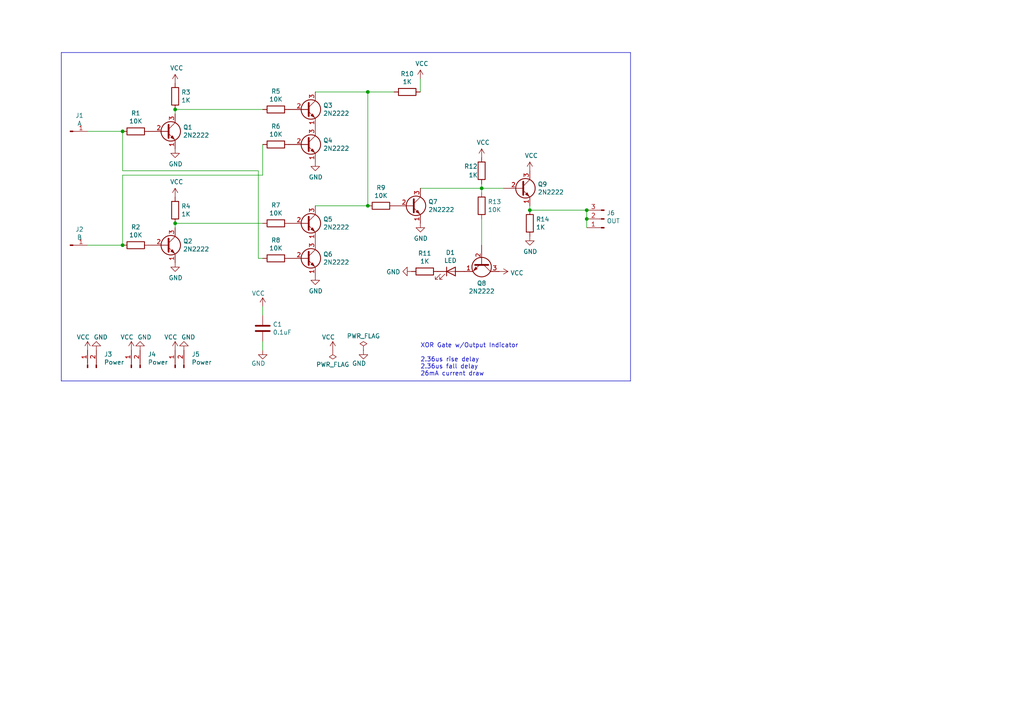
<source format=kicad_sch>
(kicad_sch (version 20230121) (generator eeschema)
  (paper "A4")
  (title_block (title "Transistor XOR Gate") (date "2020-01-12") (rev "1"))
  (lib_symbols
    (symbol "2n2222:2N2222" (pin_names (offset 0) hide)
      (property "Reference" "Q" (at 5.08 1.905 0))
      (property "Value" "2N2222" (at 5.08 0 0))
      (symbol "2N2222_0_1"
        (polyline (pts (xy 0.635 0.635) (xy 2.54 2.54)))
        (polyline (pts (xy 0.635 -0.635) (xy 2.54 -2.54) (xy 2.54 -2.54)))
        (polyline (pts (xy 0.635 1.905) (xy 0.635 -1.905) (xy 0.635 -1.905)) (stroke (width 0.508)))
        (polyline (pts (xy 1.27 -1.778) (xy 1.778 -1.27) (xy 2.286 -2.286) (xy 1.27 -1.778) (xy 1.27 -1.778)) (fill (type outline)))
        (circle (center 1.27 0) (radius 2.8194) (stroke (width 0.254)))
      )
      (symbol "2N2222_1_1"
        (pin passive line (at 2.54 -5.08 90) (length 2.54) (name "E") (number "1"))
        (pin passive line (at -5.08 0 0) (length 5.715) (name "B") (number "2"))
        (pin passive line (at 2.54 5.08 270) (length 2.54) (name "C") (number "3"))
      )
    )
    (symbol "Connector:Conn_01x01_Pin" (pin_names (offset 1.016) hide)
      (property "Reference" "J" (at 0 2.54 0))
      (property "Value" "Conn_01x01_Pin" (at 0 -2.54 0))
      (symbol "Conn_01x01_Pin_1_1"
        (polyline (pts (xy 1.27 0) (xy 0.8636 0)) (stroke (width 0.1524)))
        (rectangle (start 0.8636 0.127) (end 0 -0.127) (stroke (width 0.1524)) (fill (type outline)))
        (pin passive line (at 5.08 0 180) (length 3.81) (name "Pin_1") (number "1"))
      )
    )
    (symbol "Connector:Conn_01x02_Pin" (pin_names (offset 1.016) hide)
      (property "Reference" "J" (at 0 2.54 0))
      (property "Value" "Conn_01x02_Pin" (at 0 -5.08 0))
      (symbol "Conn_01x02_Pin_1_1"
        (polyline (pts (xy 1.27 -2.54) (xy 0.8636 -2.54)) (stroke (width 0.1524)))
        (polyline (pts (xy 1.27 0) (xy 0.8636 0)) (stroke (width 0.1524)))
        (rectangle (start 0.8636 -2.413) (end 0 -2.667) (stroke (width 0.1524)) (fill (type outline)))
        (rectangle (start 0.8636 0.127) (end 0 -0.127) (stroke (width 0.1524)) (fill (type outline)))
        (pin passive line (at 5.08 0 180) (length 3.81) (name "Pin_1") (number "1"))
        (pin passive line (at 5.08 -2.54 180) (length 3.81) (name "Pin_2") (number "2"))
      )
    )
    (symbol "Connector:Conn_01x03_Pin" (pin_names (offset 1.016) hide)
      (property "Reference" "J" (at 0 5.08 0))
      (property "Value" "Conn_01x03_Pin" (at 0 -5.08 0))
      (symbol "Conn_01x03_Pin_1_1"
        (polyline (pts (xy 1.27 -2.54) (xy 0.8636 -2.54)) (stroke (width 0.1524)))
        (polyline (pts (xy 1.27 0) (xy 0.8636 0)) (stroke (width 0.1524)))
        (polyline (pts (xy 1.27 2.54) (xy 0.8636 2.54)) (stroke (width 0.1524)))
        (rectangle (start 0.8636 -2.413) (end 0 -2.667) (stroke (width 0.1524)) (fill (type outline)))
        (rectangle (start 0.8636 0.127) (end 0 -0.127) (stroke (width 0.1524)) (fill (type outline)))
        (rectangle (start 0.8636 2.667) (end 0 2.413) (stroke (width 0.1524)) (fill (type outline)))
        (pin passive line (at 5.08 2.54 180) (length 3.81) (name "Pin_1") (number "1"))
        (pin passive line (at 5.08 0 180) (length 3.81) (name "Pin_2") (number "2"))
        (pin passive line (at 5.08 -2.54 180) (length 3.81) (name "Pin_3") (number "3"))
      )
    )
    (symbol "Device:C" (pin_numbers hide) (pin_names (offset 0.254))
      (property "Reference" "C" (at 0.635 2.54 0))
      (property "Value" "C" (at 0.635 -2.54 0))
      (symbol "C_0_1"
        (polyline (pts (xy -2.032 -0.762) (xy 2.032 -0.762)) (stroke (width 0.508)))
        (polyline (pts (xy -2.032 0.762) (xy 2.032 0.762)) (stroke (width 0.508)))
      )
      (symbol "C_1_1"
        (pin passive line (at 0 3.81 270) (length 2.794) (name "~") (number "1"))
        (pin passive line (at 0 -3.81 90) (length 2.794) (name "~") (number "2"))
      )
    )
    (symbol "Device:LED" (pin_numbers hide) (pin_names (offset 1.016) hide)
      (property "Reference" "D" (at 0 2.54 0))
      (property "Value" "LED" (at 0 -2.54 0))
      (symbol "LED_0_1"
        (polyline (pts (xy -1.27 -1.27) (xy -1.27 1.27)) (stroke (width 0.254)))
        (polyline (pts (xy -1.27 0) (xy 1.27 0)))
        (polyline (pts (xy 1.27 -1.27) (xy 1.27 1.27) (xy -1.27 0) (xy 1.27 -1.27)) (stroke (width 0.254)))
        (polyline (pts (xy -3.048 -0.762) (xy -4.572 -2.286) (xy -3.81 -2.286) (xy -4.572 -2.286) (xy -4.572 -1.524)))
        (polyline (pts (xy -1.778 -0.762) (xy -3.302 -2.286) (xy -2.54 -2.286) (xy -3.302 -2.286) (xy -3.302 -1.524)))
      )
      (symbol "LED_1_1"
        (pin passive line (at -3.81 0 0) (length 2.54) (name "K") (number "1"))
        (pin passive line (at 3.81 0 180) (length 2.54) (name "A") (number "2"))
      )
    )
    (symbol "Device:R" (pin_numbers hide) (pin_names (offset 0))
      (property "Reference" "R" (at 2.032 0 90))
      (property "Value" "R" (at 0 0 90))
      (symbol "R_0_1"
        (rectangle (start -1.016 -2.54) (end 1.016 2.54) (stroke (width 0.254)))
      )
      (symbol "R_1_1"
        (pin passive line (at 0 3.81 270) (length 1.27) (name "~") (number "1"))
        (pin passive line (at 0 -3.81 90) (length 1.27) (name "~") (number "2"))
      )
    )
    (symbol "power:GND" (power) (pin_names (offset 0))
      (property "Value" "GND" (at 0 -3.81 0))
      (symbol "GND_0_1"
        (polyline (pts (xy 0 0) (xy 0 -1.27) (xy 1.27 -1.27) (xy 0 -2.54) (xy -1.27 -1.27) (xy 0 -1.27)))
      )
      (symbol "GND_1_1"
        (pin power_in line (at 0 0 270) (length 0) hide (name "GND") (number "1"))
      )
    )
    (symbol "power:PWR_FLAG" (power) (pin_numbers hide) (pin_names (offset 0) hide)
      (property "Value" "PWR_FLAG" (at 0 3.81 0))
      (symbol "PWR_FLAG_0_0"
        (pin power_out line (at 0 0 90) (length 0) (name "pwr") (number "1"))
      )
      (symbol "PWR_FLAG_0_1"
        (polyline (pts (xy 0 0) (xy 0 1.27) (xy -1.016 1.905) (xy 0 2.54) (xy 1.016 1.905) (xy 0 1.27)))
      )
    )
    (symbol "power:VCC" (power) (pin_names (offset 0))
      (property "Value" "VCC" (at 0 3.81 0))
      (symbol "VCC_0_1"
        (polyline (pts (xy -0.762 1.27) (xy 0 2.54)))
        (polyline (pts (xy 0 0) (xy 0 2.54)))
        (polyline (pts (xy 0 2.54) (xy 0.762 1.27)))
      )
      (symbol "VCC_1_1"
        (pin power_in line (at 0 0 90) (length 0) hide (name "VCC") (number "1"))
      )
    )
  )
  (junction (at 170.18 60.96))
  (junction (at 139.7 54.61))
  (junction (at 106.68 59.69))
  (junction (at 153.67 60.96))
  (junction (at 106.68 26.67))
  (junction (at 50.8 64.77))
  (junction (at 35.56 38.1))
  (junction (at 170.18 63.5))
  (junction (at 50.8 31.75))
  (junction (at 35.56 71.12))
  (wire (pts (xy 35.56 49.53) (xy 74.93 49.53)))
  (wire (pts (xy 170.18 60.96) (xy 170.18 63.5)))
  (wire (pts (xy 35.56 71.12) (xy 35.56 50.8)))
  (wire (pts (xy 139.7 55.88) (xy 139.7 54.61)))
  (polyline (pts (xy 17.78 15.24) (xy 17.78 110.49)))
  (wire (pts (xy 139.7 54.61) (xy 139.7 53.34)))
  (wire (pts (xy 76.2 101.6) (xy 76.2 99.06)))
  (wire (pts (xy 74.93 49.53) (xy 74.93 74.93)))
  (wire (pts (xy 76.2 91.44) (xy 76.2 88.9)))
  (wire (pts (xy 50.8 31.75) (xy 76.2 31.75)))
  (wire (pts (xy 35.56 38.1) (xy 35.56 49.53)))
  (wire (pts (xy 106.68 26.67) (xy 106.68 59.69)))
  (wire (pts (xy 139.7 54.61) (xy 146.05 54.61)))
  (wire (pts (xy 106.68 26.67) (xy 114.3 26.67)))
  (polyline (pts (xy 182.88 110.49) (xy 182.88 15.24)))
  (wire (pts (xy 153.67 60.96) (xy 153.67 59.69)))
  (wire (pts (xy 91.44 59.69) (xy 106.68 59.69)))
  (wire (pts (xy 170.18 66.04) (xy 170.18 63.5)))
  (wire (pts (xy 139.7 54.61) (xy 121.92 54.61)))
  (wire (pts (xy 35.56 50.8) (xy 76.2 50.8)))
  (polyline (pts (xy 17.78 110.49) (xy 182.88 110.49)))
  (wire (pts (xy 76.2 50.8) (xy 76.2 41.91)))
  (wire (pts (xy 139.7 63.5) (xy 139.7 71.12)))
  (wire (pts (xy 25.4 71.12) (xy 35.56 71.12)))
  (wire (pts (xy 153.67 60.96) (xy 170.18 60.96)))
  (polyline (pts (xy 182.88 15.24) (xy 17.78 15.24)))
  (wire (pts (xy 25.4 38.1) (xy 35.56 38.1)))
  (wire (pts (xy 121.92 26.67) (xy 121.92 22.86)))
  (wire (pts (xy 91.44 26.67) (xy 106.68 26.67)))
  (wire (pts (xy 74.93 74.93) (xy 76.2 74.93)))
  (wire (pts (xy 50.8 31.75) (xy 50.8 33.02)))
  (wire (pts (xy 76.2 64.77) (xy 50.8 64.77)))
  (wire (pts (xy 50.8 64.77) (xy 50.8 66.04)))
  (text "XOR Gate w/Output Indicator\n\n2.36us rise delay\n2.36us fall delay\n26mA current draw" (at 121.92 109.22 0) (effects (font (size 1.27 1.27)) (justify left bottom)))
  (symbol (lib_id "Device:R") (at 50.8 27.94 0) (unit 1)
    (property "Reference" "R3" (at 52.578 26.7716 0) (effects (justify left)))
    (property "Value" "1K" (at 52.578 29.083 0) (effects (justify left)))
    (property "Footprint" "Resistor_THT:R_Axial_DIN0309_L9.0mm_D3.2mm_P12.70mm_Horizontal" (effects hide))
  )
  (symbol (lib_id "power:VCC") (at 50.8 24.13 0) (unit 1)
    (property "Reference" "#PWR05" (effects hide))
    (property "Value" "VCC" (at 51.2318 19.7358 0))
  )
  (symbol (lib_id "2n2222:2N2222") (at 48.26 38.1 0) (unit 1)
    (property "Reference" "Q1" (at 53.086 36.9316 0) (effects (justify left)))
    (property "Value" "2N2222" (at 53.086 39.243 0) (effects (justify left)))
    (property "Footprint" "Package_TO_SOT_THT:TO-92_Inline" (effects hide))
    (property "Datasheet" "https://www.fairchildsemi.com/datasheets/2N/2N3904.pdf" (effects hide))
  )
  (symbol (lib_id "power:GND") (at 50.8 43.18 0) (unit 1)
    (property "Reference" "#PWR06" (effects hide))
    (property "Value" "GND" (at 50.927 47.5742 0))
  )
  (symbol (lib_id "Device:R") (at 39.37 38.1 270) (unit 1)
    (property "Reference" "R1" (at 39.37 32.8422 90))
    (property "Value" "10K" (at 39.37 35.1536 90))
    (property "Footprint" "Resistor_THT:R_Axial_DIN0309_L9.0mm_D3.2mm_P12.70mm_Horizontal" (effects hide))
  )
  (symbol (lib_id "power:VCC") (at 50.8 57.15 0) (unit 1)
    (property "Reference" "#PWR07" (effects hide))
    (property "Value" "VCC" (at 51.2318 52.7558 0))
  )
  (symbol (lib_id "Device:R") (at 50.8 60.96 0) (unit 1)
    (property "Reference" "R4" (at 52.578 59.7916 0) (effects (justify left)))
    (property "Value" "1K" (at 52.578 62.103 0) (effects (justify left)))
    (property "Footprint" "Resistor_THT:R_Axial_DIN0309_L9.0mm_D3.2mm_P12.70mm_Horizontal" (effects hide))
  )
  (symbol (lib_id "2n2222:2N2222") (at 48.26 71.12 0) (unit 1)
    (property "Reference" "Q2" (at 53.086 69.9516 0) (effects (justify left)))
    (property "Value" "2N2222" (at 53.086 72.263 0) (effects (justify left)))
    (property "Footprint" "Package_TO_SOT_THT:TO-92_Inline" (effects hide))
    (property "Datasheet" "https://www.fairchildsemi.com/datasheets/2N/2N3904.pdf" (effects hide))
  )
  (symbol (lib_id "Device:R") (at 39.37 71.12 270) (unit 1)
    (property "Reference" "R2" (at 39.37 65.8622 90))
    (property "Value" "10K" (at 39.37 68.1736 90))
    (property "Footprint" "Resistor_THT:R_Axial_DIN0309_L9.0mm_D3.2mm_P12.70mm_Horizontal" (effects hide))
  )
  (symbol (lib_id "power:GND") (at 50.8 76.2 0) (unit 1)
    (property "Reference" "#PWR08" (effects hide))
    (property "Value" "GND" (at 50.927 80.5942 0))
  )
  (symbol (lib_id "Connector:Conn_01x01_Pin") (at 20.32 38.1 0) (unit 1)
    (property "Reference" "J1" (at 23.0632 33.5026 0))
    (property "Value" "A" (at 23.0632 35.814 0))
    (property "Footprint" "Connector_PinHeader_2.54mm:PinHeader_1x01_P2.54mm_Vertical" (effects hide))
  )
  (symbol (lib_id "Connector:Conn_01x01_Pin") (at 20.32 71.12 0) (unit 1)
    (property "Reference" "J2" (at 23.0632 66.5226 0))
    (property "Value" "B" (at 23.0632 68.834 0))
    (property "Footprint" "Connector_PinHeader_2.54mm:PinHeader_1x01_P2.54mm_Vertical" (effects hide))
  )
  (symbol (lib_id "Device:R") (at 80.01 31.75 270) (unit 1)
    (property "Reference" "R5" (at 80.01 26.4922 90))
    (property "Value" "10K" (at 80.01 28.8036 90))
    (property "Footprint" "Resistor_THT:R_Axial_DIN0309_L9.0mm_D3.2mm_P12.70mm_Horizontal" (effects hide))
  )
  (symbol (lib_id "Device:R") (at 80.01 64.77 270) (unit 1)
    (property "Reference" "R7" (at 80.01 59.5122 90))
    (property "Value" "10K" (at 80.01 61.8236 90))
    (property "Footprint" "Resistor_THT:R_Axial_DIN0309_L9.0mm_D3.2mm_P12.70mm_Horizontal" (effects hide))
  )
  (symbol (lib_id "2n2222:2N2222") (at 88.9 31.75 0) (unit 1)
    (property "Reference" "Q3" (at 93.726 30.5816 0) (effects (justify left)))
    (property "Value" "2N2222" (at 93.726 32.893 0) (effects (justify left)))
    (property "Footprint" "Package_TO_SOT_THT:TO-92_Inline" (effects hide))
    (property "Datasheet" "https://www.fairchildsemi.com/datasheets/2N/2N3904.pdf" (effects hide))
  )
  (symbol (lib_id "2n2222:2N2222") (at 88.9 41.91 0) (unit 1)
    (property "Reference" "Q4" (at 93.726 40.7416 0) (effects (justify left)))
    (property "Value" "2N2222" (at 93.726 43.053 0) (effects (justify left)))
    (property "Footprint" "Package_TO_SOT_THT:TO-92_Inline" (effects hide))
    (property "Datasheet" "https://www.fairchildsemi.com/datasheets/2N/2N3904.pdf" (effects hide))
  )
  (symbol (lib_id "Device:R") (at 80.01 41.91 270) (unit 1)
    (property "Reference" "R6" (at 80.01 36.6522 90))
    (property "Value" "10K" (at 80.01 38.9636 90))
    (property "Footprint" "Resistor_THT:R_Axial_DIN0309_L9.0mm_D3.2mm_P12.70mm_Horizontal" (effects hide))
  )
  (symbol (lib_id "2n2222:2N2222") (at 88.9 64.77 0) (unit 1)
    (property "Reference" "Q5" (at 93.726 63.6016 0) (effects (justify left)))
    (property "Value" "2N2222" (at 93.726 65.913 0) (effects (justify left)))
    (property "Footprint" "Package_TO_SOT_THT:TO-92_Inline" (effects hide))
    (property "Datasheet" "https://www.fairchildsemi.com/datasheets/2N/2N3904.pdf" (effects hide))
  )
  (symbol (lib_id "2n2222:2N2222") (at 88.9 74.93 0) (unit 1)
    (property "Reference" "Q6" (at 93.726 73.7616 0) (effects (justify left)))
    (property "Value" "2N2222" (at 93.726 76.073 0) (effects (justify left)))
    (property "Footprint" "Package_TO_SOT_THT:TO-92_Inline" (effects hide))
    (property "Datasheet" "https://www.fairchildsemi.com/datasheets/2N/2N3904.pdf" (effects hide))
  )
  (symbol (lib_id "Device:R") (at 80.01 74.93 270) (unit 1)
    (property "Reference" "R8" (at 80.01 69.6722 90))
    (property "Value" "10K" (at 80.01 71.9836 90))
    (property "Footprint" "Resistor_THT:R_Axial_DIN0309_L9.0mm_D3.2mm_P12.70mm_Horizontal" (effects hide))
  )
  (symbol (lib_id "power:GND") (at 91.44 46.99 0) (unit 1)
    (property "Reference" "#PWR013" (effects hide))
    (property "Value" "GND" (at 91.567 51.3842 0))
  )
  (symbol (lib_id "power:GND") (at 91.44 80.01 0) (unit 1)
    (property "Reference" "#PWR014" (effects hide))
    (property "Value" "GND" (at 91.567 84.4042 0))
  )
  (symbol (lib_id "Device:R") (at 118.11 26.67 270) (unit 1)
    (property "Reference" "R10" (at 118.11 21.4122 90))
    (property "Value" "1K" (at 118.11 23.7236 90))
    (property "Footprint" "Resistor_THT:R_Axial_DIN0309_L9.0mm_D3.2mm_P12.70mm_Horizontal" (effects hide))
  )
  (symbol (lib_id "power:VCC") (at 121.92 22.86 0) (unit 1)
    (property "Reference" "#PWR016" (effects hide))
    (property "Value" "VCC" (at 122.3518 18.4658 0))
  )
  (symbol (lib_id "Device:R") (at 110.49 59.69 270) (unit 1)
    (property "Reference" "R9" (at 110.49 54.4322 90))
    (property "Value" "10K" (at 110.49 56.7436 90))
    (property "Footprint" "Resistor_THT:R_Axial_DIN0309_L9.0mm_D3.2mm_P12.70mm_Horizontal" (effects hide))
  )
  (symbol (lib_id "2n2222:2N2222") (at 119.38 59.69 0) (unit 1)
    (property "Reference" "Q7" (at 124.206 58.5216 0) (effects (justify left)))
    (property "Value" "2N2222" (at 124.206 60.833 0) (effects (justify left)))
    (property "Footprint" "Package_TO_SOT_THT:TO-92_Inline" (effects hide))
    (property "Datasheet" "https://www.fairchildsemi.com/datasheets/2N/2N3904.pdf" (effects hide))
  )
  (symbol (lib_id "power:GND") (at 121.92 64.77 0) (unit 1)
    (property "Reference" "#PWR017" (effects hide))
    (property "Value" "GND" (at 122.047 69.1642 0))
  )
  (symbol (lib_id "Device:R") (at 139.7 49.53 180) (unit 1)
    (property "Reference" "R12" (at 134.62 48.26 0) (effects (justify right)))
    (property "Value" "1K" (at 135.89 50.8 0) (effects (justify right)))
    (property "Footprint" "Resistor_THT:R_Axial_DIN0309_L9.0mm_D3.2mm_P12.70mm_Horizontal" (effects hide))
  )
  (symbol (lib_id "Device:R") (at 139.7 59.69 180) (unit 1)
    (property "Reference" "R13" (at 141.478 58.5216 0) (effects (justify right)))
    (property "Value" "10K" (at 141.478 60.833 0) (effects (justify right)))
    (property "Footprint" "Resistor_THT:R_Axial_DIN0309_L9.0mm_D3.2mm_P12.70mm_Horizontal" (effects hide))
  )
  (symbol (lib_id "power:VCC") (at 139.7 45.72 0) (unit 1)
    (property "Reference" "#PWR018" (effects hide))
    (property "Value" "VCC" (at 140.1318 41.3258 0))
  )
  (symbol (lib_id "2n2222:2N2222") (at 151.13 54.61 0) (unit 1)
    (property "Reference" "Q9" (at 155.956 53.4416 0) (effects (justify left)))
    (property "Value" "2N2222" (at 155.956 55.753 0) (effects (justify left)))
    (property "Footprint" "Package_TO_SOT_THT:TO-92_Inline" (effects hide))
    (property "Datasheet" "https://www.fairchildsemi.com/datasheets/2N/2N3904.pdf" (effects hide))
  )
  (symbol (lib_id "power:VCC") (at 153.67 49.53 0) (unit 1)
    (property "Reference" "#PWR020" (effects hide))
    (property "Value" "VCC" (at 154.1018 45.1358 0))
  )
  (symbol (lib_id "Device:R") (at 153.67 64.77 180) (unit 1)
    (property "Reference" "R14" (at 155.448 63.6016 0) (effects (justify right)))
    (property "Value" "1K" (at 155.448 65.913 0) (effects (justify right)))
    (property "Footprint" "Resistor_THT:R_Axial_DIN0309_L9.0mm_D3.2mm_P12.70mm_Horizontal" (effects hide))
  )
  (symbol (lib_id "power:GND") (at 153.67 68.58 0) (unit 1)
    (property "Reference" "#PWR021" (effects hide))
    (property "Value" "GND" (at 153.797 72.9742 0))
  )
  (symbol (lib_id "Connector:Conn_01x03_Pin") (at 175.26 63.5 180) (unit 1)
    (property "Reference" "J6" (at 175.9712 61.7728 0) (effects (justify right)))
    (property "Value" "OUT" (at 175.9712 64.0842 0) (effects (justify right)))
    (property "Footprint" "Connector_PinHeader_2.54mm:PinHeader_1x03_P2.54mm_Vertical" (effects hide))
  )
  (symbol (lib_id "2n2222:2N2222") (at 139.7 76.2 270) (unit 1)
    (property "Reference" "Q8" (at 139.7 82.169 90))
    (property "Value" "2N2222" (at 139.7 84.4804 90))
    (property "Footprint" "Package_TO_SOT_THT:TO-92_Inline" (effects hide))
    (property "Datasheet" "https://www.fairchildsemi.com/datasheets/2N/2N3904.pdf" (effects hide))
  )
  (symbol (lib_id "power:VCC") (at 144.78 78.74 270) (unit 1)
    (property "Reference" "#PWR019" (effects hide))
    (property "Value" "VCC" (at 148.0312 79.1718 90) (effects (justify left)))
  )
  (symbol (lib_id "Device:LED") (at 130.81 78.74 0) (unit 1)
    (property "Reference" "D1" (at 130.6322 73.2536 0))
    (property "Value" "LED" (at 130.6322 75.565 0))
    (property "Footprint" "LED_THT:LED_D5.0mm" (effects hide))
  )
  (symbol (lib_id "Device:R") (at 123.19 78.74 270) (unit 1)
    (property "Reference" "R11" (at 123.19 73.4822 90))
    (property "Value" "1K" (at 123.19 75.7936 90))
    (property "Footprint" "Resistor_THT:R_Axial_DIN0309_L9.0mm_D3.2mm_P12.70mm_Horizontal" (effects hide))
  )
  (symbol (lib_id "power:GND") (at 119.38 78.74 270) (unit 1)
    (property "Reference" "#PWR015" (effects hide))
    (property "Value" "GND" (at 116.1288 78.867 90) (effects (justify right)))
  )
  (symbol (lib_id "power:GND") (at 27.94 101.6 180) (unit 1)
    (property "Reference" "#PWR02" (effects hide))
    (property "Value" "GND" (at 29.21 97.79 0))
  )
  (symbol (lib_id "power:VCC") (at 25.4 101.6 0) (unit 1)
    (property "Reference" "#PWR01" (effects hide))
    (property "Value" "VCC" (at 24.13 97.79 0))
  )
  (symbol (lib_id "Connector:Conn_01x02_Pin") (at 25.4 106.68 90) (unit 1)
    (property "Reference" "J3" (at 30.1752 102.7684 90) (effects (justify right)))
    (property "Value" "Power" (at 30.1752 105.0798 90) (effects (justify right)))
    (property "Footprint" "Connector_PinHeader_2.54mm:PinHeader_1x02_P2.54mm_Vertical" (effects hide))
  )
  (symbol (lib_id "Connector:Conn_01x02_Pin") (at 38.1 106.68 90) (unit 1)
    (property "Reference" "J4" (at 42.8752 102.7684 90) (effects (justify right)))
    (property "Value" "Power" (at 42.8752 105.0798 90) (effects (justify right)))
    (property "Footprint" "Connector_PinHeader_2.54mm:PinHeader_1x02_P2.54mm_Vertical" (effects hide))
  )
  (symbol (lib_id "Connector:Conn_01x02_Pin") (at 50.8 106.68 90) (unit 1)
    (property "Reference" "J5" (at 55.5752 102.7684 90) (effects (justify right)))
    (property "Value" "Power" (at 55.5752 105.0798 90) (effects (justify right)))
    (property "Footprint" "Connector_PinHeader_2.54mm:PinHeader_1x02_P2.54mm_Vertical" (effects hide))
  )
  (symbol (lib_id "power:VCC") (at 38.1 101.6 0) (unit 1)
    (property "Reference" "#PWR03" (effects hide))
    (property "Value" "VCC" (at 36.83 97.79 0))
  )
  (symbol (lib_id "power:GND") (at 40.64 101.6 180) (unit 1)
    (property "Reference" "#PWR04" (effects hide))
    (property "Value" "GND" (at 41.91 97.79 0))
  )
  (symbol (lib_id "power:GND") (at 53.34 101.6 180) (unit 1)
    (property "Reference" "#PWR010" (effects hide))
    (property "Value" "GND" (at 54.61 97.79 0))
  )
  (symbol (lib_id "power:VCC") (at 50.8 101.6 0) (unit 1)
    (property "Reference" "#PWR09" (effects hide))
    (property "Value" "VCC" (at 49.53 97.79 0))
  )
  (symbol (lib_id "power:VCC") (at 76.2 88.9 0) (unit 1)
    (property "Reference" "#PWR011" (effects hide))
    (property "Value" "VCC" (at 74.93 85.09 0))
  )
  (symbol (lib_id "power:GND") (at 76.2 101.6 0) (unit 1)
    (property "Reference" "#PWR012" (effects hide))
    (property "Value" "GND" (at 74.93 105.41 0))
  )
  (symbol (lib_id "Device:C") (at 76.2 95.25 0) (unit 1)
    (property "Reference" "C1" (at 79.121 94.0816 0) (effects (justify left)))
    (property "Value" "0.1uF" (at 79.121 96.393 0) (effects (justify left)))
    (property "Footprint" "Capacitor_THT:C_Disc_D4.3mm_W1.9mm_P5.00mm" (effects hide))
  )
  (symbol (lib_id "power:GND") (at 105.41 101.6 0) (unit 1)
    (property "Reference" "#PWR023" (effects hide))
    (property "Value" "GND" (at 104.14 105.41 0))
  )
  (symbol (lib_id "power:PWR_FLAG") (at 96.52 101.6 180) (unit 1)
    (property "Reference" "#FLG01" (effects hide))
    (property "Value" "PWR_FLAG" (at 96.52 105.7331 0))
  )
  (symbol (lib_id "power:VCC") (at 96.52 101.6 0) (unit 1)
    (property "Reference" "#PWR022" (effects hide))
    (property "Value" "VCC" (at 95.25 97.79 0))
  )
  (symbol (lib_id "power:PWR_FLAG") (at 105.41 101.6 0) (unit 1)
    (property "Reference" "#FLG02" (effects hide))
    (property "Value" "PWR_FLAG" (at 105.41 97.4669 0))
  )
)
</source>
